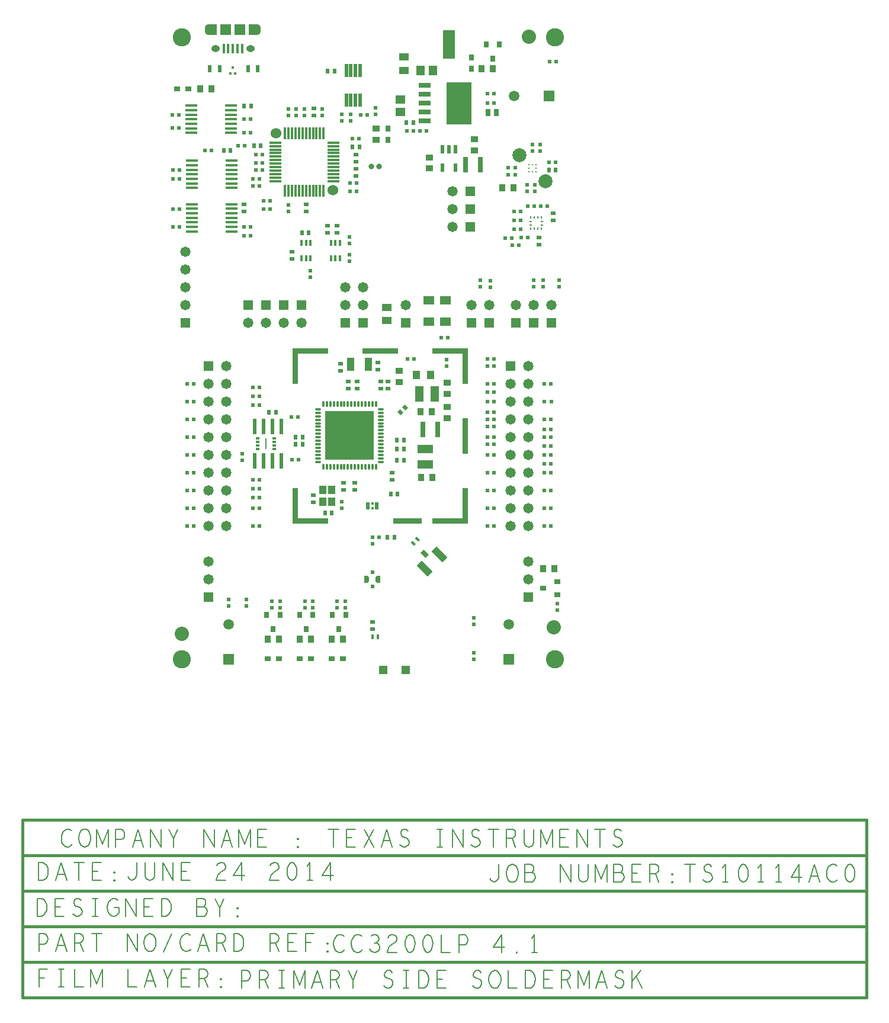
<source format=gbr>
G04 ================== begin FILE IDENTIFICATION RECORD ==================*
G04 Layout Name:  CC3200-LAUNCHXL_BRD_Rev4p1_20140624.brd*
G04 Film Name:    SMT.gbr*
G04 File Format:  Gerber RS274X*
G04 File Origin:  Cadence Allegro 16.6-P004*
G04 Origin Date:  Tue Jun 24 08:36:08 2014*
G04 *
G04 Layer:  DRAWING FORMAT/SMT*
G04 Layer:  PIN/SOLDERMASK_TOP*
G04 Layer:  PACKAGE GEOMETRY/SOLDERMASK_TOP*
G04 Layer:  DRAWING FORMAT/FILM_LABEL_OUTLINE*
G04 Layer:  BOARD GEOMETRY/SOLDERMASK_TOP*
G04 *
G04 Offset:    (0.0000 0.0000)*
G04 Mirror:    No*
G04 Mode:      Positive*
G04 Rotation:  0*
G04 FullContactRelief:  No*
G04 UndefLineWidth:     6.0000*
G04 ================== end FILE IDENTIFICATION RECORD ====================*
%FSLAX25Y25*MOIN*%
%IR0*IPPOS*OFA0.00000B0.00000*MIA0B0*SFA1.00000B1.00000*%
%ADD71R,.07X.15*%
%ADD69R,.045276X.057087*%
%ADD57R,.057087X.045276*%
%AMMACRO42*
4,1,6,.004724,.021654,
-.01378,.021654,
-.01378,-.021654,
.004724,-.021654,
.01378,-.012598,
.01378,.012598,
.004724,.021654,
0.0*
%
%ADD42MACRO42*%
%ADD46C,.032*%
%ADD36C,.06*%
%AMMACRO45*
21,1,.074803,.043307,0.0,0.0,89.997*%
%ADD45MACRO45*%
%AMMACRO32*
4,1,24,.032382,-.010827,
.032382,.010827,
.032083,.014245,
.031195,.017559,
.029745,.020669,
.027776,.02348,
.02535,.025906,
.022539,.027875,
.01943,.029325,
.016115,.030213,
.012697,.030512,
.012697,.030512,
-.032382,.030512,
-.032382,-.030512,
.012697,-.030512,
.016115,-.030213,
.019429,-.029325,
.022539,-.027875,
.02535,-.025906,
.027776,-.02348,
.029745,-.020669,
.031195,-.017559,
.032083,-.014245,
.032382,-.010827,
.032382,-.010827,
0.0*
%
%ADD32MACRO32*%
%AMMACRO61*
21,1,.041339,.025,0.0,0.0,135.*%
%ADD61MACRO61*%
%ADD11C,.08*%
%ADD78C,.011811*%
%ADD14C,.058*%
%AMMACRO43*
21,1,.03937,.017717,0.0,0.0,89.997*%
%ADD43MACRO43*%
%AMMACRO60*
21,1,.02598,.01417,0.0,0.0,135.*%
%ADD60MACRO60*%
%ADD24R,.011811X.011811*%
%ADD13R,.058X.058*%
%ADD19C,.059055*%
%ADD77C,.07874*%
%ADD17R,.059055X.059055*%
%AMMACRO59*
21,1,.086614,.041339,0.0,0.0,135.*%
%ADD59MACRO59*%
%ADD50R,.019685X.019685*%
%AMMACRO53*
21,1,.025984,.022835,0.0,0.0,135.*%
%ADD53MACRO53*%
%ADD52R,.01378X.01378*%
%ADD16R,.032X.03*%
%ADD58R,.03X.032*%
%ADD68R,.07X.03*%
%ADD66R,.04X.05*%
%ADD34R,.07X.012*%
%ADD39O,.012X.038*%
%ADD35R,.012X.07*%
%ADD33R,.009842X.064961*%
%ADD74R,.035X.031*%
%ADD38O,.038X.012*%
%ADD28R,.031X.035*%
%ADD67R,.063X.05*%
%ADD15R,.07X.016*%
%ADD37R,.04X.048*%
%AMMACRO51*
4,1,6,-.004724,-.021654,
.01378,-.021654,
.01378,.021654,
-.004724,.021654,
-.01378,.012598,
-.01378,-.012598,
-.004724,-.021654,
0.0*
%
%ADD51MACRO51*%
%ADD25R,.024X.039*%
%ADD70R,.024X.048*%
%ADD29R,.024X.085*%
%AMMACRO27*
4,1,24,-.032382,.010827,
-.032382,-.010827,
-.032083,-.014245,
-.031195,-.017559,
-.029745,-.020669,
-.027776,-.02348,
-.02535,-.025906,
-.022539,-.027875,
-.01943,-.029325,
-.016115,-.030213,
-.012697,-.030512,
-.012697,-.030512,
.032382,-.030512,
.032382,.030512,
-.012697,.030512,
-.016115,.030213,
-.019429,.029325,
-.022539,.027875,
-.02535,.025906,
-.027776,.02348,
-.029745,.020669,
-.031195,.017559,
-.032083,.014245,
-.032382,.010827,
-.032382,.010827,
0.0*
%
%ADD27MACRO27*%
%ADD72R,.068898X.159449*%
%ADD10C,.102362*%
%ADD76R,.011024X.016142*%
%ADD75R,.016142X.011024*%
%ADD47R,.0215X.072831*%
%ADD49R,.01417X.02598*%
%ADD48R,.04528X.04528*%
%ADD44R,.043307X.074803*%
%ADD30R,.019685X.011811*%
%ADD22O,.049213X.037402*%
%ADD21R,.035433X.03937*%
%ADD56R,.03937X.035433*%
%ADD26R,.059055X.061024*%
%ADD62R,.037402X.03937*%
%ADD12R,.022441X.024409*%
%ADD54R,.03937X.037402*%
%ADD18R,.024409X.022441*%
%ADD41R,.015748X.037402*%
%ADD73R,.031496X.03937*%
%ADD55R,.055118X.041339*%
%ADD65R,.049213X.086614*%
%ADD64R,.031496X.086614*%
%ADD63R,.086614X.049213*%
%ADD23R,.015748X.05315*%
%ADD40R,.275591X.275591*%
%ADD20R,.022835X.025984*%
%ADD31R,.025984X.022835*%
%ADD79C,.015*%
%ADD80C,.006*%
G75*
%LPD*%
G75*
G36*
G01X75500Y86500D02*
Y106500D01*
X72500D01*
Y86500D01*
X75500D01*
G37*
G36*
G01X92500Y89500D02*
X72500D01*
Y86500D01*
X92500D01*
Y89500D01*
G37*
G36*
G01X75500Y165000D02*
Y185000D01*
X72500D01*
Y165000D01*
X75500D01*
G37*
G36*
G01X92500Y185000D02*
X72500D01*
Y182000D01*
X92500D01*
Y185000D01*
G37*
G36*
G01X111750Y182000D02*
X131750D01*
Y185000D01*
X111750D01*
Y182000D01*
G37*
G36*
G01X171000Y89500D02*
X151000D01*
Y86500D01*
X171000D01*
Y89500D01*
G37*
G36*
G01Y185000D02*
X151000D01*
Y182000D01*
X171000D01*
Y185000D01*
G37*
G36*
G01X168000Y106500D02*
Y86500D01*
X171000D01*
Y106500D01*
X168000D01*
G37*
G36*
G01Y145750D02*
Y125750D01*
X171000D01*
Y145750D01*
X168000D01*
G37*
G36*
G01Y185000D02*
Y165000D01*
X171000D01*
Y185000D01*
X168000D01*
G37*
G36*
G01X129000Y86500D02*
Y89500D01*
X145000D01*
Y86500D01*
X129000D01*
G37*
G36*
G01X172955Y334900D02*
Y311100D01*
X159055D01*
Y334900D01*
X172955D01*
G37*
G54D10*
X9921Y9921D03*
Y360079D03*
X220079Y9921D03*
Y360079D03*
G54D20*
X33571Y296500D03*
X37429D03*
X50571Y299000D03*
X54429D03*
X48929Y321500D03*
X45071D03*
X74071Y135000D03*
Y131000D03*
X62929Y149000D03*
X59071D03*
X77571Y250000D03*
X90571Y92500D03*
X94429D03*
X77929Y135000D03*
Y131000D03*
X81429Y250000D03*
X92071Y341000D03*
X95929D03*
X109929Y298500D03*
X106071D03*
X129590Y78764D03*
X125731D03*
X131429Y103000D03*
X127571D03*
X134929Y122000D03*
X131071D03*
X134929Y128500D03*
X131071D03*
X134929Y133500D03*
X131071D03*
X136500Y312000D03*
X140358D03*
X220538Y285532D03*
X216680D03*
G54D11*
X10000Y24500D03*
X205500Y360500D03*
X219500Y28000D03*
G54D12*
X13110Y95000D03*
X16890D03*
X13110Y85000D03*
X16890D03*
X13110Y105000D03*
X16890D03*
X13110Y115000D03*
X16890D03*
X13110Y125000D03*
X16890D03*
X13110Y135000D03*
X16890D03*
X13110Y155000D03*
X16890D03*
X13110Y145000D03*
X16890D03*
X13110Y165000D03*
X16890D03*
X8890Y253500D03*
X5110D03*
X8890Y263500D03*
X5110D03*
X8890Y280500D03*
X5110D03*
X8890Y285500D03*
X5110D03*
X8390Y316500D03*
X4610D03*
Y309000D03*
X8390D03*
X26890Y296500D03*
X23110D03*
X50110Y95000D03*
X53890D03*
X50110Y85000D03*
X53890D03*
X50110Y101000D03*
X53890D03*
X50110Y111000D03*
X53890D03*
X50110Y106000D03*
X53890D03*
X50110Y158000D03*
X53890D03*
X50110Y153000D03*
X53890D03*
X50110Y163000D03*
X53890D03*
X45110Y253500D03*
X48890D03*
X45110Y248500D03*
X48890D03*
X56110Y263500D03*
Y268000D03*
X53890Y276500D03*
X50110D03*
X53890Y280500D03*
X50110D03*
X55390Y289500D03*
X51610D03*
Y285500D03*
X55390D03*
X41610Y299000D03*
X45390D03*
X55390Y294000D03*
X51610D03*
X45110Y306500D03*
X48890D03*
X45110Y314000D03*
X48890D03*
X75890Y122500D03*
X72110D03*
X71610Y146500D03*
X75390D03*
X59890Y263500D03*
Y268000D03*
X104610Y278000D03*
X108390D03*
X104610Y273500D03*
X108390D03*
X106110Y303000D03*
X109890D03*
X114390Y316500D03*
X110610D03*
X117334Y78764D03*
X121114D03*
X136610Y307500D03*
X140690Y179100D03*
X136910D03*
X156110Y191000D03*
X147890Y307500D03*
X144110D03*
X140390D03*
X159890Y191000D03*
X182110Y95000D03*
X185890D03*
X182110Y85000D03*
X185890D03*
X182110Y115000D03*
X185890D03*
X182110Y105000D03*
X185890D03*
X182110Y125000D03*
X185890D03*
X182110Y141000D03*
X185890D03*
X182110Y131000D03*
X185890D03*
X182110Y135000D03*
X185890D03*
X182110Y145000D03*
X185890D03*
X182110Y149000D03*
X185890D03*
X182110Y160500D03*
X185890D03*
X182110Y155000D03*
X185890D03*
X182110Y165000D03*
X185890D03*
X182110Y175000D03*
X185890D03*
X182110Y179000D03*
X185890D03*
X192110Y247000D03*
X185890Y323000D03*
X182110D03*
Y328500D03*
X185890D03*
X214110Y85000D03*
Y95000D03*
Y115000D03*
Y105000D03*
Y120000D03*
Y135000D03*
Y125000D03*
Y130000D03*
Y139500D03*
Y145000D03*
X214218Y155000D03*
X214110Y165000D03*
X197110Y252000D03*
X200890D03*
X196110Y243000D03*
X199890D03*
X197110Y257000D03*
X200890D03*
X195890Y247000D03*
X204890Y247500D03*
X201110D03*
X208390Y265000D03*
X204610D03*
X212110D03*
X200890Y262000D03*
X197110D03*
X217890Y85000D03*
Y95000D03*
Y115000D03*
Y105000D03*
Y120000D03*
Y135000D03*
Y125000D03*
Y130000D03*
Y139500D03*
Y145000D03*
X217998Y155000D03*
X217890Y165000D03*
X215890Y265000D03*
X216680Y289753D03*
X220459D03*
X220890Y346500D03*
X217110D03*
G54D21*
X26650Y331000D03*
X20350D03*
X58350Y21500D03*
X64650D03*
X76350D03*
X82650D03*
X94350D03*
X100650D03*
X190500Y275500D03*
X185150Y342500D03*
X178850D03*
X213450Y61200D03*
X196799Y275500D03*
X219750Y61200D03*
G54D30*
X52776Y128547D03*
Y130516D03*
Y132484D03*
Y134453D03*
X62224D03*
Y132484D03*
Y130516D03*
Y128547D03*
G54D31*
X45000Y262071D03*
Y265929D03*
X72000Y239429D03*
Y235571D03*
X84000Y98571D03*
Y102429D03*
X92000Y253929D03*
Y250071D03*
X80000Y262071D03*
Y265929D03*
X84500Y316071D03*
Y319929D03*
X107500Y105571D03*
Y109429D03*
X101000Y105571D03*
Y109429D03*
X103800Y166429D03*
Y162571D03*
X108800Y166429D03*
Y162571D03*
X99500Y172571D03*
Y176429D03*
X97500Y253929D03*
Y250071D03*
X108000Y293929D03*
Y290071D03*
Y282071D03*
Y285929D03*
X117295Y27171D03*
Y31029D03*
X128500Y111071D03*
Y114929D03*
X126000Y166429D03*
Y162571D03*
X122000Y166429D03*
Y162571D03*
X120500Y173071D03*
Y176929D03*
X211000Y243571D03*
Y247429D03*
X219000Y257071D03*
Y260929D03*
G54D40*
X104500Y136000D03*
G54D22*
X28939Y353661D03*
X48624D03*
G54D13*
X12000Y199500D03*
X25000Y45000D03*
Y175000D03*
X57500Y209500D03*
X47500D03*
X67500D03*
X77500D03*
X102000Y199500D03*
X112000D03*
X136000D03*
X173000D03*
X172500Y263500D03*
Y253500D03*
Y273500D03*
X195000Y175000D03*
X198000Y199500D03*
X183000D03*
X205000Y45000D03*
X218000Y199500D03*
X208000D03*
G54D23*
X33664Y353760D03*
X36223D03*
X38782D03*
X41341D03*
X43900D03*
G54D41*
X96500Y235669D03*
X93941D03*
X82559D03*
X80000D03*
X77441D03*
X93941Y244331D03*
X96500D03*
X82559D03*
X77441D03*
X80000D03*
X99059Y235669D03*
Y244331D03*
G54D50*
X117295Y58937D03*
Y51063D03*
G54D14*
X12000Y209500D03*
Y219500D03*
Y239500D03*
Y229500D03*
X25000Y55000D03*
Y65000D03*
Y85000D03*
X35000D03*
X25000Y95000D03*
X35000D03*
X25000Y105000D03*
X35000D03*
X25000Y115000D03*
X35000D03*
X25000Y125000D03*
X35000D03*
X25000Y135000D03*
X35000D03*
X25000Y145000D03*
X35000D03*
X25000Y155000D03*
X35000D03*
X25000Y165000D03*
X35000D03*
Y175000D03*
X57500Y199500D03*
X47500D03*
X67500D03*
X77500D03*
X102000Y209500D03*
Y219500D03*
X112000Y209500D03*
Y219500D03*
X136000Y209500D03*
X173000D03*
X162500Y263500D03*
Y253500D03*
Y273500D03*
X195000Y85000D03*
Y95000D03*
Y105000D03*
Y115000D03*
Y125000D03*
Y135000D03*
Y145000D03*
Y155000D03*
Y165000D03*
X198000Y209500D03*
X183000D03*
X205000Y55000D03*
Y65000D03*
Y85000D03*
Y95000D03*
Y105000D03*
Y115000D03*
Y125000D03*
Y135000D03*
Y145000D03*
Y155000D03*
Y165000D03*
Y175000D03*
X218000Y209500D03*
X208000D03*
G54D32*
X51075Y364291D03*
G54D51*
X120445Y55000D03*
G54D15*
X15878Y250823D03*
Y253382D03*
Y255941D03*
Y258500D03*
Y261059D03*
Y263618D03*
Y266177D03*
Y275323D03*
Y277882D03*
Y280441D03*
Y283000D03*
Y285559D03*
Y288118D03*
Y290677D03*
X15378Y306323D03*
Y308882D03*
Y311441D03*
Y314000D03*
Y316559D03*
Y319118D03*
Y321677D03*
X38122Y250823D03*
Y253382D03*
Y255941D03*
Y258500D03*
Y261059D03*
Y263618D03*
Y266177D03*
Y275323D03*
Y277882D03*
Y280441D03*
Y283000D03*
Y285559D03*
Y288118D03*
Y290677D03*
X37622Y306323D03*
Y308882D03*
Y311441D03*
Y314000D03*
Y316559D03*
Y319118D03*
Y321677D03*
G54D33*
X57500Y131500D03*
G54D24*
X37404Y339612D03*
X40160D03*
X38782Y342959D03*
G54D60*
X142741Y77841D03*
X140459Y75559D03*
G54D42*
X114145Y55000D03*
G54D70*
X156660Y286743D03*
X164140D03*
X156660Y297058D03*
X160400D03*
X164140D03*
G54D25*
X25744Y342500D03*
X31256D03*
X47244D03*
X52756D03*
G54D34*
X62760Y279179D03*
Y281147D03*
Y283115D03*
Y285083D03*
Y287051D03*
Y289019D03*
Y290987D03*
Y292955D03*
Y294923D03*
Y296891D03*
Y298859D03*
Y300827D03*
X95240Y279173D03*
Y298853D03*
Y296885D03*
Y294917D03*
Y292949D03*
Y290981D03*
Y289013D03*
Y287045D03*
Y285077D03*
Y283109D03*
Y281141D03*
Y300821D03*
G54D16*
X7250Y331000D03*
X13750D03*
X58250Y10500D03*
X64750D03*
X76250D03*
X82750D03*
X94250D03*
X100750D03*
G54D52*
X117295Y95120D03*
Y97680D03*
G54D43*
X114736Y96400D03*
X119854D03*
G54D61*
X146701Y69329D03*
G54D80*
G01X-70227Y-174333D02*
Y-164333D01*
X-65477D01*
G01X-67227Y-169166D02*
X-70227D01*
G01X-59352Y-164333D02*
X-56352D01*
G01X-57852D02*
Y-174333D01*
G01X-59352D02*
X-56352D01*
G01X-50352Y-164333D02*
Y-174333D01*
X-45352D01*
G01X-41102D02*
Y-164333D01*
X-37852Y-172666D01*
X-34602Y-164333D01*
Y-174333D01*
G01X-20352Y-164333D02*
Y-174333D01*
X-15352D01*
G01X-10977D02*
X-7852Y-164333D01*
X-4727Y-174333D01*
G01X-5852Y-170833D02*
X-9852D01*
G01X2148Y-174333D02*
Y-169833D01*
X-352Y-164333D01*
G01X4648D02*
X2148Y-169833D01*
G01X14648Y-174333D02*
X9648D01*
Y-164333D01*
X14648D01*
G01X12648Y-169166D02*
X9648D01*
G01X19648Y-174333D02*
Y-164333D01*
X22773D01*
X23773Y-164833D01*
X24398Y-165500D01*
X24648Y-166833D01*
X24398Y-168166D01*
X23648Y-169000D01*
X22773Y-169500D01*
X19648D01*
G01X22773D02*
X24648Y-174333D01*
G01X32148Y-174666D02*
X31898Y-174500D01*
Y-174166D01*
X32148Y-174000D01*
X32398Y-174166D01*
Y-174500D01*
X32148Y-174666D01*
G01Y-170167D02*
X31898Y-170000D01*
Y-169666D01*
X32148Y-169500D01*
X32398Y-169666D01*
Y-170000D01*
X32148Y-170167D01*
G01X-70352Y-154333D02*
Y-144333D01*
X-67352D01*
X-66352Y-144833D01*
X-65602Y-146000D01*
X-65352Y-147333D01*
X-65602Y-148666D01*
X-66227Y-149666D01*
X-67352Y-150167D01*
X-70352D01*
G01X-60977Y-154333D02*
X-57852Y-144333D01*
X-54727Y-154333D01*
G01X-55852Y-150833D02*
X-59852D01*
G01X-50352Y-154333D02*
Y-144333D01*
X-47227D01*
X-46227Y-144833D01*
X-45602Y-145500D01*
X-45352Y-146833D01*
X-45602Y-148166D01*
X-46352Y-149000D01*
X-47227Y-149500D01*
X-50352D01*
G01X-47227D02*
X-45352Y-154333D01*
G01X-37852Y-144333D02*
Y-154333D01*
G01X-40727Y-144333D02*
X-34977D01*
G01X-20727Y-154333D02*
Y-144333D01*
X-14977Y-154333D01*
Y-144333D01*
G01X-7852Y-154333D02*
X-8852Y-154166D01*
X-9727Y-153500D01*
X-10477Y-152500D01*
X-10977Y-151333D01*
X-11227Y-150000D01*
Y-148666D01*
X-10977Y-147333D01*
X-10477Y-146166D01*
X-9727Y-145166D01*
X-8852Y-144500D01*
X-7852Y-144333D01*
X-6852Y-144500D01*
X-5977Y-145166D01*
X-5227Y-146166D01*
X-4727Y-147333D01*
X-4477Y-148666D01*
Y-150000D01*
X-4727Y-151333D01*
X-5227Y-152500D01*
X-5977Y-153500D01*
X-6852Y-154166D01*
X-7852Y-154333D01*
G01X-102Y-154666D02*
X4398Y-144333D01*
G01X14898Y-145166D02*
X14148Y-144666D01*
X13273Y-144333D01*
X12273D01*
X11148Y-144833D01*
X10273Y-145666D01*
X9648Y-146666D01*
X9148Y-148333D01*
X9023Y-149833D01*
X9273Y-151333D01*
X9648Y-152333D01*
X10398Y-153333D01*
X11273Y-154000D01*
X12148Y-154333D01*
X13023D01*
X13898Y-154000D01*
X14648Y-153500D01*
X15273Y-152833D01*
G01X19023Y-154333D02*
X22148Y-144333D01*
X25273Y-154333D01*
G01X24148Y-150833D02*
X20148D01*
G01X29648Y-154333D02*
Y-144333D01*
X32773D01*
X33773Y-144833D01*
X34398Y-145500D01*
X34648Y-146833D01*
X34398Y-148166D01*
X33648Y-149000D01*
X32773Y-149500D01*
X29648D01*
G01X32773D02*
X34648Y-154333D01*
G01X39398D02*
Y-144333D01*
X41898D01*
X42898Y-144833D01*
X43648Y-145500D01*
X44273Y-146500D01*
X44773Y-147667D01*
X44898Y-149333D01*
X44773Y-151000D01*
X44273Y-152166D01*
X43648Y-153167D01*
X42898Y-153833D01*
X41898Y-154333D01*
X39398D01*
G01X59648D02*
Y-144333D01*
X62773D01*
X63773Y-144833D01*
X64398Y-145500D01*
X64648Y-146833D01*
X64398Y-148166D01*
X63648Y-149000D01*
X62773Y-149500D01*
X59648D01*
G01X62773D02*
X64648Y-154333D01*
G01X74648D02*
X69648D01*
Y-144333D01*
X74648D01*
G01X72648Y-149166D02*
X69648D01*
G01X79773Y-154333D02*
Y-144333D01*
X84523D01*
G01X82773Y-149166D02*
X79773D01*
G01X92148Y-154666D02*
X91898Y-154500D01*
Y-154166D01*
X92148Y-154000D01*
X92398Y-154166D01*
Y-154500D01*
X92148Y-154666D01*
G01Y-150167D02*
X91898Y-150000D01*
Y-149666D01*
X92148Y-149500D01*
X92398Y-149666D01*
Y-150000D01*
X92148Y-150167D01*
G01X-71352Y-134463D02*
Y-124463D01*
X-68852D01*
X-67852Y-124963D01*
X-67102Y-125630D01*
X-66477Y-126630D01*
X-65977Y-127797D01*
X-65852Y-129463D01*
X-65977Y-131130D01*
X-66477Y-132296D01*
X-67102Y-133297D01*
X-67852Y-133963D01*
X-68852Y-134463D01*
X-71352D01*
G01X-56102D02*
X-61102D01*
Y-124463D01*
X-56102D01*
G01X-58102Y-129296D02*
X-61102D01*
G01X-51227Y-133130D02*
X-50227Y-133963D01*
X-49102Y-134463D01*
X-48102D01*
X-47102Y-133963D01*
X-46352Y-133130D01*
X-45977Y-131963D01*
X-46227Y-130797D01*
X-46852Y-129796D01*
X-47977Y-129130D01*
X-49477Y-128796D01*
X-50352Y-128130D01*
X-50727Y-126963D01*
X-50477Y-125796D01*
X-49852Y-124963D01*
X-48977Y-124463D01*
X-48102D01*
X-47227Y-124796D01*
X-46477Y-125630D01*
G01X-40102Y-124463D02*
X-37102D01*
G01X-38602D02*
Y-134463D01*
G01X-40102D02*
X-37102D01*
G01X-27852Y-129463D02*
X-25352D01*
Y-132463D01*
X-26102Y-133463D01*
X-26977Y-134130D01*
X-28227Y-134463D01*
X-29477Y-134130D01*
X-30352Y-133463D01*
X-31102Y-132463D01*
X-31602Y-131296D01*
X-31852Y-129963D01*
Y-128796D01*
X-31602Y-127797D01*
X-31102Y-126630D01*
X-30352Y-125630D01*
X-29602Y-124963D01*
X-28602Y-124463D01*
X-27727D01*
X-26727Y-124796D01*
X-25977Y-125463D01*
G01X-21477Y-134463D02*
Y-124463D01*
X-15727Y-134463D01*
Y-124463D01*
G01X-6102Y-134463D02*
X-11102D01*
Y-124463D01*
X-6102D01*
G01X-8102Y-129296D02*
X-11102D01*
G01X-1352Y-134463D02*
Y-124463D01*
X1148D01*
X2148Y-124963D01*
X2898Y-125630D01*
X3523Y-126630D01*
X4023Y-127797D01*
X4148Y-129463D01*
X4023Y-131130D01*
X3523Y-132296D01*
X2898Y-133297D01*
X2148Y-133963D01*
X1148Y-134463D01*
X-1352D01*
G01X22398Y-129130D02*
X22898Y-128630D01*
X23273Y-127797D01*
X23523Y-126630D01*
X23273Y-125630D01*
X22773Y-124963D01*
X21898Y-124463D01*
X18523D01*
Y-134463D01*
X22648D01*
X23523Y-133796D01*
X24023Y-132796D01*
X24273Y-131630D01*
X24023Y-130463D01*
X23273Y-129463D01*
X22398Y-129130D01*
X18523D01*
G01X31398Y-134463D02*
Y-129963D01*
X28898Y-124463D01*
G01X33898D02*
X31398Y-129963D01*
G01X41398Y-134796D02*
X41148Y-134630D01*
Y-134296D01*
X41398Y-134130D01*
X41648Y-134296D01*
Y-134630D01*
X41398Y-134796D01*
G01Y-130297D02*
X41148Y-130130D01*
Y-129796D01*
X41398Y-129630D01*
X41648Y-129796D01*
Y-130130D01*
X41398Y-130297D01*
G01X-70602Y-114333D02*
Y-104333D01*
X-68102D01*
X-67102Y-104833D01*
X-66352Y-105500D01*
X-65727Y-106500D01*
X-65227Y-107667D01*
X-65102Y-109333D01*
X-65227Y-111000D01*
X-65727Y-112166D01*
X-66352Y-113167D01*
X-67102Y-113833D01*
X-68102Y-114333D01*
X-70602D01*
G01X-60977D02*
X-57852Y-104333D01*
X-54727Y-114333D01*
G01X-55852Y-110833D02*
X-59852D01*
G01X-47852Y-104333D02*
Y-114333D01*
G01X-50727Y-104333D02*
X-44977D01*
G01X-35352Y-114333D02*
X-40352D01*
Y-104333D01*
X-35352D01*
G01X-37352Y-109166D02*
X-40352D01*
G01X-27852Y-114666D02*
X-28102Y-114500D01*
Y-114166D01*
X-27852Y-114000D01*
X-27602Y-114166D01*
Y-114500D01*
X-27852Y-114666D01*
G01Y-110167D02*
X-28102Y-110000D01*
Y-109666D01*
X-27852Y-109500D01*
X-27602Y-109666D01*
Y-110000D01*
X-27852Y-110167D01*
G01X-20352Y-112333D02*
X-19727Y-113333D01*
X-18977Y-114000D01*
X-18102Y-114333D01*
X-17102Y-114000D01*
X-16352Y-113333D01*
X-15602Y-112333D01*
X-15352Y-111000D01*
Y-104333D01*
G01X-10602D02*
Y-111500D01*
X-10102Y-113000D01*
X-9102Y-114000D01*
X-7852Y-114333D01*
X-6602Y-114000D01*
X-5602Y-113000D01*
X-5102Y-111500D01*
Y-104333D01*
G01X-727Y-114333D02*
Y-104333D01*
X5023Y-114333D01*
Y-104333D01*
G01X14648Y-114333D02*
X9648D01*
Y-104333D01*
X14648D01*
G01X12648Y-109166D02*
X9648D01*
G01X29773Y-106000D02*
X30523Y-105000D01*
X31398Y-104500D01*
X32398Y-104333D01*
X33648Y-104666D01*
X34523Y-105500D01*
X34773Y-106500D01*
X34648Y-107500D01*
X34148Y-108333D01*
X31648Y-110000D01*
X30523Y-111166D01*
X29773Y-112833D01*
X29523Y-114333D01*
X34773D01*
G01X43648D02*
Y-104333D01*
X39023Y-111500D01*
X45273D01*
G01X59773Y-106000D02*
X60523Y-105000D01*
X61398Y-104500D01*
X62398Y-104333D01*
X63648Y-104666D01*
X64523Y-105500D01*
X64773Y-106500D01*
X64648Y-107500D01*
X64148Y-108333D01*
X61648Y-110000D01*
X60523Y-111166D01*
X59773Y-112833D01*
X59523Y-114333D01*
X64773D01*
G01X72148Y-104333D02*
X71148Y-104666D01*
X70398Y-105500D01*
X69898Y-106500D01*
X69523Y-107833D01*
X69398Y-109333D01*
X69523Y-110833D01*
X69898Y-112166D01*
X70398Y-113167D01*
X71148Y-114000D01*
X72148Y-114333D01*
X73148Y-114000D01*
X73898Y-113167D01*
X74398Y-112166D01*
X74773Y-110833D01*
X74898Y-109333D01*
X74773Y-107833D01*
X74398Y-106500D01*
X73898Y-105500D01*
X73148Y-104666D01*
X72148Y-104333D01*
G01X82148Y-114333D02*
Y-104333D01*
X80648Y-106333D01*
G01Y-114333D02*
X83648D01*
G01X93648D02*
Y-104333D01*
X89023Y-111500D01*
X95273D01*
G01X-51852Y-86296D02*
X-52602Y-85796D01*
X-53477Y-85463D01*
X-54477D01*
X-55602Y-85963D01*
X-56477Y-86796D01*
X-57102Y-87796D01*
X-57602Y-89463D01*
X-57727Y-90963D01*
X-57477Y-92463D01*
X-57102Y-93463D01*
X-56352Y-94463D01*
X-55477Y-95130D01*
X-54602Y-95463D01*
X-53727D01*
X-52852Y-95130D01*
X-52102Y-94630D01*
X-51477Y-93963D01*
G01X-44602Y-95463D02*
X-45602Y-95296D01*
X-46477Y-94630D01*
X-47227Y-93630D01*
X-47727Y-92463D01*
X-47977Y-91130D01*
Y-89796D01*
X-47727Y-88463D01*
X-47227Y-87296D01*
X-46477Y-86296D01*
X-45602Y-85630D01*
X-44602Y-85463D01*
X-43602Y-85630D01*
X-42727Y-86296D01*
X-41977Y-87296D01*
X-41477Y-88463D01*
X-41227Y-89796D01*
Y-91130D01*
X-41477Y-92463D01*
X-41977Y-93630D01*
X-42727Y-94630D01*
X-43602Y-95296D01*
X-44602Y-95463D01*
G01X-37852D02*
Y-85463D01*
X-34602Y-93796D01*
X-31352Y-85463D01*
Y-95463D01*
G01X-27102D02*
Y-85463D01*
X-24102D01*
X-23102Y-85963D01*
X-22352Y-87130D01*
X-22102Y-88463D01*
X-22352Y-89796D01*
X-22977Y-90796D01*
X-24102Y-91297D01*
X-27102D01*
G01X-17727Y-95463D02*
X-14602Y-85463D01*
X-11477Y-95463D01*
G01X-12602Y-91963D02*
X-16602D01*
G01X-7477Y-95463D02*
Y-85463D01*
X-1727Y-95463D01*
Y-85463D01*
G01X5398Y-95463D02*
Y-90963D01*
X2898Y-85463D01*
G01X7898D02*
X5398Y-90963D01*
G01X22523Y-95463D02*
Y-85463D01*
X28273Y-95463D01*
Y-85463D01*
G01X32273Y-95463D02*
X35398Y-85463D01*
X38523Y-95463D01*
G01X37398Y-91963D02*
X33398D01*
G01X42148Y-95463D02*
Y-85463D01*
X45398Y-93796D01*
X48648Y-85463D01*
Y-95463D01*
G01X57898D02*
X52898D01*
Y-85463D01*
X57898D01*
G01X55898Y-90296D02*
X52898D01*
G01X75398Y-95796D02*
X75148Y-95630D01*
Y-95296D01*
X75398Y-95130D01*
X75648Y-95296D01*
Y-95630D01*
X75398Y-95796D01*
G01Y-91297D02*
X75148Y-91130D01*
Y-90796D01*
X75398Y-90630D01*
X75648Y-90796D01*
Y-91130D01*
X75398Y-91297D01*
G01X95398Y-85463D02*
Y-95463D01*
G01X92523Y-85463D02*
X98273D01*
G01X107898Y-95463D02*
X102898D01*
Y-85463D01*
X107898D01*
G01X105898Y-90296D02*
X102898D01*
G01X112773Y-95463D02*
X118023Y-85463D01*
G01X112773D02*
X118023Y-95463D01*
G01X122273D02*
X125398Y-85463D01*
X128523Y-95463D01*
G01X127398Y-91963D02*
X123398D01*
G01X132773Y-94130D02*
X133773Y-94963D01*
X134898Y-95463D01*
X135898D01*
X136898Y-94963D01*
X137648Y-94130D01*
X138023Y-92963D01*
X137773Y-91797D01*
X137148Y-90796D01*
X136023Y-90130D01*
X134523Y-89796D01*
X133648Y-89130D01*
X133273Y-87963D01*
X133523Y-86796D01*
X134148Y-85963D01*
X135023Y-85463D01*
X135898D01*
X136773Y-85796D01*
X137523Y-86630D01*
G01X153898Y-85463D02*
X156898D01*
G01X155398D02*
Y-95463D01*
G01X153898D02*
X156898D01*
G01X162523D02*
Y-85463D01*
X168273Y-95463D01*
Y-85463D01*
G01X172773Y-94130D02*
X173773Y-94963D01*
X174898Y-95463D01*
X175898D01*
X176898Y-94963D01*
X177648Y-94130D01*
X178023Y-92963D01*
X177773Y-91797D01*
X177148Y-90796D01*
X176023Y-90130D01*
X174523Y-89796D01*
X173648Y-89130D01*
X173273Y-87963D01*
X173523Y-86796D01*
X174148Y-85963D01*
X175023Y-85463D01*
X175898D01*
X176773Y-85796D01*
X177523Y-86630D01*
G01X185398Y-85463D02*
Y-95463D01*
G01X182523Y-85463D02*
X188273D01*
G01X192898Y-95463D02*
Y-85463D01*
X196023D01*
X197023Y-85963D01*
X197648Y-86630D01*
X197898Y-87963D01*
X197648Y-89296D01*
X196898Y-90130D01*
X196023Y-90630D01*
X192898D01*
G01X196023D02*
X197898Y-95463D01*
G01X202648Y-85463D02*
Y-92630D01*
X203148Y-94130D01*
X204148Y-95130D01*
X205398Y-95463D01*
X206648Y-95130D01*
X207648Y-94130D01*
X208148Y-92630D01*
Y-85463D01*
G01X212148Y-95463D02*
Y-85463D01*
X215398Y-93796D01*
X218648Y-85463D01*
Y-95463D01*
G01X227898D02*
X222898D01*
Y-85463D01*
X227898D01*
G01X225898Y-90296D02*
X222898D01*
G01X232523Y-95463D02*
Y-85463D01*
X238273Y-95463D01*
Y-85463D01*
G01X245398D02*
Y-95463D01*
G01X242523Y-85463D02*
X248273D01*
G01X252773Y-94130D02*
X253773Y-94963D01*
X254898Y-95463D01*
X255898D01*
X256898Y-94963D01*
X257648Y-94130D01*
X258023Y-92963D01*
X257773Y-91797D01*
X257148Y-90796D01*
X256023Y-90130D01*
X254523Y-89796D01*
X253648Y-89130D01*
X253273Y-87963D01*
X253523Y-86796D01*
X254148Y-85963D01*
X255023Y-85463D01*
X255898D01*
X256773Y-85796D01*
X257523Y-86630D01*
G01X43750Y-175000D02*
Y-165000D01*
X46750D01*
X47750Y-165500D01*
X48500Y-166667D01*
X48750Y-168000D01*
X48500Y-169333D01*
X47875Y-170333D01*
X46750Y-170834D01*
X43750D01*
G01X53750Y-175000D02*
Y-165000D01*
X56875D01*
X57875Y-165500D01*
X58500Y-166167D01*
X58750Y-167500D01*
X58500Y-168833D01*
X57750Y-169667D01*
X56875Y-170167D01*
X53750D01*
G01X56875D02*
X58750Y-175000D01*
G01X64750Y-165000D02*
X67750D01*
G01X66250D02*
Y-175000D01*
G01X64750D02*
X67750D01*
G01X73000D02*
Y-165000D01*
X76250Y-173333D01*
X79500Y-165000D01*
Y-175000D01*
G01X83125D02*
X86250Y-165000D01*
X89375Y-175000D01*
G01X88250Y-171500D02*
X84250D01*
G01X93750Y-175000D02*
Y-165000D01*
X96875D01*
X97875Y-165500D01*
X98500Y-166167D01*
X98750Y-167500D01*
X98500Y-168833D01*
X97750Y-169667D01*
X96875Y-170167D01*
X93750D01*
G01X96875D02*
X98750Y-175000D01*
G01X106250D02*
Y-170500D01*
X103750Y-165000D01*
G01X108750D02*
X106250Y-170500D01*
G01X123625Y-173667D02*
X124625Y-174500D01*
X125750Y-175000D01*
X126750D01*
X127750Y-174500D01*
X128500Y-173667D01*
X128875Y-172500D01*
X128625Y-171334D01*
X128000Y-170333D01*
X126875Y-169667D01*
X125375Y-169333D01*
X124500Y-168667D01*
X124125Y-167500D01*
X124375Y-166333D01*
X125000Y-165500D01*
X125875Y-165000D01*
X126750D01*
X127625Y-165333D01*
X128375Y-166167D01*
G01X134750Y-165000D02*
X137750D01*
G01X136250D02*
Y-175000D01*
G01X134750D02*
X137750D01*
G01X143500D02*
Y-165000D01*
X146000D01*
X147000Y-165500D01*
X147750Y-166167D01*
X148375Y-167167D01*
X148875Y-168334D01*
X149000Y-170000D01*
X148875Y-171667D01*
X148375Y-172833D01*
X147750Y-173834D01*
X147000Y-174500D01*
X146000Y-175000D01*
X143500D01*
G01X158750D02*
X153750D01*
Y-165000D01*
X158750D01*
G01X156750Y-169833D02*
X153750D01*
G01X173625Y-173667D02*
X174625Y-174500D01*
X175750Y-175000D01*
X176750D01*
X177750Y-174500D01*
X178500Y-173667D01*
X178875Y-172500D01*
X178625Y-171334D01*
X178000Y-170333D01*
X176875Y-169667D01*
X175375Y-169333D01*
X174500Y-168667D01*
X174125Y-167500D01*
X174375Y-166333D01*
X175000Y-165500D01*
X175875Y-165000D01*
X176750D01*
X177625Y-165333D01*
X178375Y-166167D01*
G01X186250Y-175000D02*
X185250Y-174833D01*
X184375Y-174167D01*
X183625Y-173167D01*
X183125Y-172000D01*
X182875Y-170667D01*
Y-169333D01*
X183125Y-168000D01*
X183625Y-166833D01*
X184375Y-165833D01*
X185250Y-165167D01*
X186250Y-165000D01*
X187250Y-165167D01*
X188125Y-165833D01*
X188875Y-166833D01*
X189375Y-168000D01*
X189625Y-169333D01*
Y-170667D01*
X189375Y-172000D01*
X188875Y-173167D01*
X188125Y-174167D01*
X187250Y-174833D01*
X186250Y-175000D01*
G01X193750Y-165000D02*
Y-175000D01*
X198750D01*
G01X203500D02*
Y-165000D01*
X206000D01*
X207000Y-165500D01*
X207750Y-166167D01*
X208375Y-167167D01*
X208875Y-168334D01*
X209000Y-170000D01*
X208875Y-171667D01*
X208375Y-172833D01*
X207750Y-173834D01*
X207000Y-174500D01*
X206000Y-175000D01*
X203500D01*
G01X218750D02*
X213750D01*
Y-165000D01*
X218750D01*
G01X216750Y-169833D02*
X213750D01*
G01X223750Y-175000D02*
Y-165000D01*
X226875D01*
X227875Y-165500D01*
X228500Y-166167D01*
X228750Y-167500D01*
X228500Y-168833D01*
X227750Y-169667D01*
X226875Y-170167D01*
X223750D01*
G01X226875D02*
X228750Y-175000D01*
G01X233000D02*
Y-165000D01*
X236250Y-173333D01*
X239500Y-165000D01*
Y-175000D01*
G01X243125D02*
X246250Y-165000D01*
X249375Y-175000D01*
G01X248250Y-171500D02*
X244250D01*
G01X253625Y-173667D02*
X254625Y-174500D01*
X255750Y-175000D01*
X256750D01*
X257750Y-174500D01*
X258500Y-173667D01*
X258875Y-172500D01*
X258625Y-171334D01*
X258000Y-170333D01*
X256875Y-169667D01*
X255375Y-169333D01*
X254500Y-168667D01*
X254125Y-167500D01*
X254375Y-166333D01*
X255000Y-165500D01*
X255875Y-165000D01*
X256750D01*
X257625Y-165333D01*
X258375Y-166167D01*
G01X263500Y-175000D02*
Y-165000D01*
G01X268250D02*
X263500Y-171167D01*
G01X269000Y-175000D02*
X265625Y-168334D01*
G01X101250Y-145667D02*
X100500Y-145167D01*
X99625Y-144833D01*
X98625D01*
X97500Y-145334D01*
X96625Y-146167D01*
X96000Y-147167D01*
X95500Y-148833D01*
X95375Y-150333D01*
X95625Y-151833D01*
X96000Y-152833D01*
X96750Y-153834D01*
X97625Y-154500D01*
X98500Y-154833D01*
X99375D01*
X100250Y-154500D01*
X101000Y-154000D01*
X101625Y-153334D01*
G01X111250Y-145667D02*
X110500Y-145167D01*
X109625Y-144833D01*
X108625D01*
X107500Y-145334D01*
X106625Y-146167D01*
X106000Y-147167D01*
X105500Y-148833D01*
X105375Y-150333D01*
X105625Y-151833D01*
X106000Y-152833D01*
X106750Y-153834D01*
X107625Y-154500D01*
X108500Y-154833D01*
X109375D01*
X110250Y-154500D01*
X111000Y-154000D01*
X111625Y-153334D01*
G01X115750Y-152833D02*
X116500Y-154000D01*
X117500Y-154667D01*
X118625Y-154833D01*
X119625Y-154667D01*
X120625Y-153834D01*
X121250Y-152833D01*
X121375Y-151833D01*
X121125Y-150667D01*
X120250Y-149833D01*
X119375Y-149500D01*
X118250D01*
G01X119375D02*
X120125Y-149000D01*
X120750Y-148167D01*
X121000Y-147167D01*
X120750Y-146167D01*
X120125Y-145334D01*
X119000Y-144833D01*
X117875Y-145000D01*
X116750Y-145667D01*
G01X126125Y-146500D02*
X126875Y-145500D01*
X127750Y-145000D01*
X128750Y-144833D01*
X130000Y-145167D01*
X130875Y-146000D01*
X131125Y-147000D01*
X131000Y-148000D01*
X130500Y-148833D01*
X128000Y-150500D01*
X126875Y-151667D01*
X126125Y-153334D01*
X125875Y-154833D01*
X131125D01*
G01X138500Y-144833D02*
X137500Y-145167D01*
X136750Y-146000D01*
X136250Y-147000D01*
X135875Y-148334D01*
X135750Y-149833D01*
X135875Y-151333D01*
X136250Y-152667D01*
X136750Y-153667D01*
X137500Y-154500D01*
X138500Y-154833D01*
X139500Y-154500D01*
X140250Y-153667D01*
X140750Y-152667D01*
X141125Y-151333D01*
X141250Y-149833D01*
X141125Y-148334D01*
X140750Y-147000D01*
X140250Y-146000D01*
X139500Y-145167D01*
X138500Y-144833D01*
G01X148500D02*
X147500Y-145167D01*
X146750Y-146000D01*
X146250Y-147000D01*
X145875Y-148334D01*
X145750Y-149833D01*
X145875Y-151333D01*
X146250Y-152667D01*
X146750Y-153667D01*
X147500Y-154500D01*
X148500Y-154833D01*
X149500Y-154500D01*
X150250Y-153667D01*
X150750Y-152667D01*
X151125Y-151333D01*
X151250Y-149833D01*
X151125Y-148334D01*
X150750Y-147000D01*
X150250Y-146000D01*
X149500Y-145167D01*
X148500Y-144833D01*
G01X156000D02*
Y-154833D01*
X161000D01*
G01X166000D02*
Y-144833D01*
X169000D01*
X170000Y-145334D01*
X170750Y-146500D01*
X171000Y-147833D01*
X170750Y-149167D01*
X170125Y-150167D01*
X169000Y-150667D01*
X166000D01*
G01X190000Y-154833D02*
Y-144833D01*
X185375Y-152000D01*
X191625D01*
G01X198500Y-155167D02*
X198250Y-155000D01*
Y-154667D01*
X198500Y-154500D01*
X198750Y-154667D01*
Y-155000D01*
X198500Y-155167D01*
G01X208500Y-154833D02*
Y-144833D01*
X207000Y-146833D01*
G01Y-154833D02*
X210000D01*
G01X183550Y-113400D02*
X184175Y-114400D01*
X184925Y-115067D01*
X185800Y-115400D01*
X186800Y-115067D01*
X187550Y-114400D01*
X188300Y-113400D01*
X188550Y-112067D01*
Y-105400D01*
G01X196050Y-115400D02*
X195050Y-115233D01*
X194175Y-114567D01*
X193425Y-113567D01*
X192925Y-112400D01*
X192675Y-111067D01*
Y-109733D01*
X192925Y-108400D01*
X193425Y-107233D01*
X194175Y-106233D01*
X195050Y-105567D01*
X196050Y-105400D01*
X197050Y-105567D01*
X197925Y-106233D01*
X198675Y-107233D01*
X199175Y-108400D01*
X199425Y-109733D01*
Y-111067D01*
X199175Y-112400D01*
X198675Y-113567D01*
X197925Y-114567D01*
X197050Y-115233D01*
X196050Y-115400D01*
G01X207050Y-110067D02*
X207550Y-109567D01*
X207925Y-108734D01*
X208175Y-107567D01*
X207925Y-106567D01*
X207425Y-105900D01*
X206550Y-105400D01*
X203175D01*
Y-115400D01*
X207300D01*
X208175Y-114733D01*
X208675Y-113733D01*
X208925Y-112567D01*
X208675Y-111400D01*
X207925Y-110400D01*
X207050Y-110067D01*
X203175D01*
G01X223175Y-115400D02*
Y-105400D01*
X228925Y-115400D01*
Y-105400D01*
G01X233300D02*
Y-112567D01*
X233800Y-114067D01*
X234800Y-115067D01*
X236050Y-115400D01*
X237300Y-115067D01*
X238300Y-114067D01*
X238800Y-112567D01*
Y-105400D01*
G01X242800Y-115400D02*
Y-105400D01*
X246050Y-113733D01*
X249300Y-105400D01*
Y-115400D01*
G01X257050Y-110067D02*
X257550Y-109567D01*
X257925Y-108734D01*
X258175Y-107567D01*
X257925Y-106567D01*
X257425Y-105900D01*
X256550Y-105400D01*
X253175D01*
Y-115400D01*
X257300D01*
X258175Y-114733D01*
X258675Y-113733D01*
X258925Y-112567D01*
X258675Y-111400D01*
X257925Y-110400D01*
X257050Y-110067D01*
X253175D01*
G01X268550Y-115400D02*
X263550D01*
Y-105400D01*
X268550D01*
G01X266550Y-110233D02*
X263550D01*
G01X273550Y-115400D02*
Y-105400D01*
X276675D01*
X277675Y-105900D01*
X278300Y-106567D01*
X278550Y-107900D01*
X278300Y-109233D01*
X277550Y-110067D01*
X276675Y-110567D01*
X273550D01*
G01X276675D02*
X278550Y-115400D01*
G01X286050Y-115733D02*
X285800Y-115567D01*
Y-115233D01*
X286050Y-115067D01*
X286300Y-115233D01*
Y-115567D01*
X286050Y-115733D01*
G01Y-111234D02*
X285800Y-111067D01*
Y-110733D01*
X286050Y-110567D01*
X286300Y-110733D01*
Y-111067D01*
X286050Y-111234D01*
G01X296050Y-105400D02*
Y-115400D01*
G01X293175Y-105400D02*
X298925D01*
G01X303425Y-114067D02*
X304425Y-114900D01*
X305550Y-115400D01*
X306550D01*
X307550Y-114900D01*
X308300Y-114067D01*
X308675Y-112900D01*
X308425Y-111734D01*
X307800Y-110733D01*
X306675Y-110067D01*
X305175Y-109733D01*
X304300Y-109067D01*
X303925Y-107900D01*
X304175Y-106733D01*
X304800Y-105900D01*
X305675Y-105400D01*
X306550D01*
X307425Y-105733D01*
X308175Y-106567D01*
G01X316050Y-115400D02*
Y-105400D01*
X314550Y-107400D01*
G01Y-115400D02*
X317550D01*
G01X326050Y-105400D02*
X325050Y-105733D01*
X324300Y-106567D01*
X323800Y-107567D01*
X323425Y-108900D01*
X323300Y-110400D01*
X323425Y-111900D01*
X323800Y-113233D01*
X324300Y-114234D01*
X325050Y-115067D01*
X326050Y-115400D01*
X327050Y-115067D01*
X327800Y-114234D01*
X328300Y-113233D01*
X328675Y-111900D01*
X328800Y-110400D01*
X328675Y-108900D01*
X328300Y-107567D01*
X327800Y-106567D01*
X327050Y-105733D01*
X326050Y-105400D01*
G01X336050Y-115400D02*
Y-105400D01*
X334550Y-107400D01*
G01Y-115400D02*
X337550D01*
G01X346050D02*
Y-105400D01*
X344550Y-107400D01*
G01Y-115400D02*
X347550D01*
G01X357550D02*
Y-105400D01*
X352925Y-112567D01*
X359175D01*
G01X362925Y-115400D02*
X366050Y-105400D01*
X369175Y-115400D01*
G01X368050Y-111900D02*
X364050D01*
G01X378800Y-106233D02*
X378050Y-105733D01*
X377175Y-105400D01*
X376175D01*
X375050Y-105900D01*
X374175Y-106733D01*
X373550Y-107733D01*
X373050Y-109400D01*
X372925Y-110900D01*
X373175Y-112400D01*
X373550Y-113400D01*
X374300Y-114400D01*
X375175Y-115067D01*
X376050Y-115400D01*
X376925D01*
X377800Y-115067D01*
X378550Y-114567D01*
X379175Y-113900D01*
G01X386050Y-105400D02*
X385050Y-105733D01*
X384300Y-106567D01*
X383800Y-107567D01*
X383425Y-108900D01*
X383300Y-110400D01*
X383425Y-111900D01*
X383800Y-113233D01*
X384300Y-114234D01*
X385050Y-115067D01*
X386050Y-115400D01*
X387050Y-115067D01*
X387800Y-114234D01*
X388300Y-113233D01*
X388675Y-111900D01*
X388800Y-110400D01*
X388675Y-108900D01*
X388300Y-107567D01*
X387800Y-106567D01*
X387050Y-105733D01*
X386050Y-105400D01*
G54D62*
X151150Y112500D03*
X144850D03*
X150650Y149500D03*
X144350D03*
G54D26*
X34845Y364291D03*
X42719D03*
G54D44*
X105079Y176000D03*
G54D35*
X68173Y273760D03*
X76045D03*
X74077D03*
X72109D03*
X70141D03*
X76051Y306240D03*
X74083D03*
X72115D03*
X70147D03*
X68179D03*
X89821Y273760D03*
X87853D03*
X85885D03*
X83917D03*
X81949D03*
X79981D03*
X78013D03*
X89827Y306240D03*
X87859D03*
X85891D03*
X83923D03*
X81955D03*
X79987D03*
X78019D03*
G54D53*
X135864Y151864D03*
X133136Y149136D03*
G54D17*
X36500Y10157D03*
X194000D03*
X216843Y327000D03*
G54D71*
X168255Y323000D03*
G54D63*
X147000Y119669D03*
Y128331D03*
G54D18*
X36500Y43890D03*
Y40110D03*
X46500D03*
Y43890D03*
X44000Y122110D03*
Y125890D03*
X65250Y42890D03*
Y39110D03*
X60750Y42890D03*
Y39110D03*
X70000Y262110D03*
Y265890D03*
X74500Y316110D03*
X70000D03*
X74500Y319890D03*
X70000D03*
X83750Y42890D03*
Y39110D03*
X79250Y42890D03*
Y39110D03*
X82500Y225110D03*
Y228890D03*
X79000Y316110D03*
X89000D03*
X79000Y319890D03*
X89000D03*
X102000Y42890D03*
Y39110D03*
X97500Y42890D03*
Y39110D03*
X100000Y98890D03*
Y95110D03*
X104500Y234110D03*
Y237890D03*
Y244110D03*
Y247890D03*
X100000Y313110D03*
Y316890D03*
X105000Y313110D03*
Y316890D03*
X117295Y78725D03*
Y74945D03*
X119000Y316610D03*
Y320390D03*
X174500Y10110D03*
Y13890D03*
Y33390D03*
Y29610D03*
X159000Y175110D03*
Y178890D03*
X183800Y219410D03*
X178000Y219610D03*
X183800Y223190D03*
X178000Y223390D03*
X193800Y282902D03*
Y286682D03*
X213500Y219610D03*
X208000D03*
X213500Y223390D03*
X208000D03*
X208779Y273336D03*
Y277116D03*
X204279Y273336D03*
Y277116D03*
X211779Y296110D03*
X207500D03*
X197827Y286682D03*
Y282902D03*
X211779Y299890D03*
X207500D03*
X221500Y37610D03*
Y41390D03*
X222500Y219610D03*
Y223390D03*
G54D54*
X132500Y172350D03*
Y166050D03*
X149500Y292550D03*
Y286250D03*
X159400Y145850D03*
Y152150D03*
X159500Y159350D03*
Y165650D03*
X174600Y296550D03*
Y302850D03*
G54D72*
X160500Y356000D03*
G54D27*
X26489Y364291D03*
G54D45*
X114921Y176000D03*
G54D36*
X63000Y306000D03*
X95000Y274000D03*
G54D64*
X145866Y139500D03*
X154134D03*
X169666Y288300D03*
X177934D03*
G54D55*
X125500Y200760D03*
Y208240D03*
X135000Y349000D03*
Y341520D03*
G54D73*
X182244Y317624D03*
X187165D03*
G54D37*
X94559Y98654D03*
X89441D03*
X94559Y105346D03*
X89441D03*
G54D28*
X57750Y34950D03*
X65250D03*
X61500Y27050D03*
X76250Y34950D03*
X83750D03*
X80000Y27050D03*
X94750Y34950D03*
X102250D03*
X98500Y27050D03*
X188750Y355950D03*
X181250D03*
X185000Y348050D03*
G54D19*
X36500Y29843D03*
X194000D03*
X197157Y327000D03*
G54D46*
X116835Y287500D03*
X121165D03*
G54D65*
X143669Y159500D03*
X152331D03*
G54D56*
X119500Y308799D03*
Y302500D03*
G54D47*
X102661Y341268D03*
X105220D03*
X107780D03*
X110339D03*
X102661Y324732D03*
X105220D03*
X107780D03*
X110339D03*
G54D29*
X56000Y121894D03*
X51000D03*
X56000Y141106D03*
X51000D03*
X66000Y121894D03*
X61000D03*
X66000Y141106D03*
X61000D03*
G54D38*
X86783Y121236D03*
Y140921D03*
Y138953D03*
Y136984D03*
Y135016D03*
Y133047D03*
Y131079D03*
Y129110D03*
Y127142D03*
Y125173D03*
Y123205D03*
Y150764D03*
Y148795D03*
Y146827D03*
Y144858D03*
Y142890D03*
X122217Y121236D03*
Y123205D03*
Y125173D03*
Y127142D03*
Y129110D03*
Y131079D03*
Y133047D03*
Y135016D03*
Y136984D03*
Y138953D03*
Y140921D03*
Y142890D03*
Y144858D03*
Y146827D03*
Y148795D03*
Y150764D03*
G54D74*
X213517Y50000D03*
X221417Y46250D03*
Y53750D03*
G54D48*
X135980Y4000D03*
X123382D03*
G54D75*
X212709Y254516D03*
Y256484D03*
X206291D03*
Y254516D03*
G54D39*
X89736Y118283D03*
X91705D03*
X93673D03*
X95642D03*
Y153717D03*
X93673D03*
X91705D03*
X89736D03*
X97610Y118283D03*
X99579D03*
X101547D03*
X103516D03*
X105484D03*
X107453D03*
X109421D03*
X111390D03*
X113358D03*
X115327D03*
Y153717D03*
X113358D03*
X111390D03*
X109421D03*
X107453D03*
X105484D03*
X103516D03*
X101547D03*
X99579D03*
X97610D03*
X117295Y118283D03*
X119264D03*
Y153717D03*
X117295D03*
G54D66*
X142000Y170000D03*
X150000D03*
G54D57*
X133000Y317957D03*
Y325043D03*
G54D49*
X120523Y22900D03*
X117295D03*
G54D76*
X212453Y258709D03*
X210484D03*
X208516D03*
X206547D03*
X212453Y252291D03*
X210484D03*
X208516D03*
X206547D03*
G54D67*
X149000Y200000D03*
Y212000D03*
X158500Y200000D03*
Y212000D03*
G54D58*
X126000Y308750D03*
Y302250D03*
X173000Y348750D03*
Y342250D03*
G54D68*
X146655Y313000D03*
Y318000D03*
Y323000D03*
Y328000D03*
Y333000D03*
G54D59*
X146840Y60978D03*
X155053Y69190D03*
G54D77*
X214783Y279217D03*
X200217Y293783D03*
G54D78*
X205532Y284532D03*
Y286500D03*
Y288468D03*
X207500Y284532D03*
Y288468D03*
X209468Y284532D03*
Y286500D03*
Y288468D03*
G54D69*
X151500Y341500D03*
X144413D03*
G54D79*
G01X-77102Y-80133D02*
X395398D01*
Y-180133D01*
X-79602D01*
Y-80133D01*
X-77102D01*
G01X-79602Y-160133D02*
X395398D01*
G01X-79602Y-140133D02*
X395398D01*
G01X-79602Y-120133D02*
X395398D01*
G01X-79602Y-100133D02*
X395398D01*
M02*

</source>
